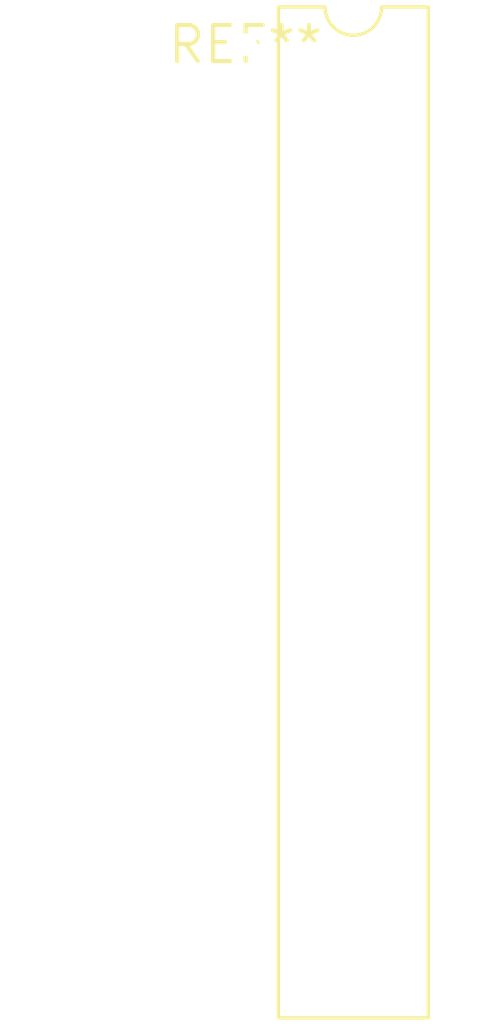
<source format=kicad_pcb>
(kicad_pcb (version 20240108) (generator pcbnew)
  (layers (0 "F.Cu" signal) (31 "B.Cu" signal) (34 "B.Paste" user) (35 "F.Paste" user) (36 "B.SilkS" user "B.Silkscreen") (37 "F.SilkS" user "F.Silkscreen") (38 "B.Mask" user) (39 "F.Mask" user) (44 "Edge.Cuts" user))
  (net 0 "")
  (footprint "DIP-28_W7.62mm" (layer "F.Cu") (at 0 0)
    (property "Reference" "REF**")
    (property "Value" "DIP-28_W7.62mm")
    (fp_line (start 1.16 -1.33) (end 1.16 34.35) (layer "F.SilkS") (stroke (width 0.12)))
    (fp_line (start 1.16 34.35) (end 6.46 34.35) (layer "F.SilkS") (stroke (width 0.12)))
    (fp_line (start 2.81 -1.33) (end 1.16 -1.33) (layer "F.SilkS") (stroke (width 0.12)))
    (fp_line (start 6.46 -1.33) (end 4.81 -1.33) (layer "F.SilkS") (stroke (width 0.12)))
    (fp_line (start 6.46 34.35) (end 6.46 -1.33) (layer "F.SilkS") (stroke (width 0.12)))
    (fp_arc (start 4.81 -1.33) (mid 3.81 -0.33) (end 2.81 -1.33) (layer "F.SilkS") (stroke (width 0.12)))
    (pad "1" thru_hole rect (at 0 0) (size 1.6 1.6) (drill 0.8) (layers *.Cu *.Mask) (remove_unused_layers))
    (pad "2" thru_hole oval (at 0 2.54) (size 1.6 1.6) (drill 0.8) (layers *.Cu *.Mask) (remove_unused_layers))
    (pad "3" thru_hole oval (at 0 5.08) (size 1.6 1.6) (drill 0.8) (layers *.Cu *.Mask) (remove_unused_layers))
    (pad "4" thru_hole oval (at 0 7.62) (size 1.6 1.6) (drill 0.8) (layers *.Cu *.Mask) (remove_unused_layers))
    (pad "5" thru_hole oval (at 0 10.16) (size 1.6 1.6) (drill 0.8) (layers *.Cu *.Mask) (remove_unused_layers))
    (pad "6" thru_hole oval (at 0 12.7) (size 1.6 1.6) (drill 0.8) (layers *.Cu *.Mask) (remove_unused_layers))
    (pad "7" thru_hole oval (at 0 15.24) (size 1.6 1.6) (drill 0.8) (layers *.Cu *.Mask) (remove_unused_layers))
    (pad "8" thru_hole oval (at 0 17.78) (size 1.6 1.6) (drill 0.8) (layers *.Cu *.Mask) (remove_unused_layers))
    (pad "9" thru_hole oval (at 0 20.32) (size 1.6 1.6) (drill 0.8) (layers *.Cu *.Mask) (remove_unused_layers))
    (pad "10" thru_hole oval (at 0 22.86) (size 1.6 1.6) (drill 0.8) (layers *.Cu *.Mask) (remove_unused_layers))
    (pad "11" thru_hole oval (at 0 25.4) (size 1.6 1.6) (drill 0.8) (layers *.Cu *.Mask) (remove_unused_layers))
    (pad "12" thru_hole oval (at 0 27.94) (size 1.6 1.6) (drill 0.8) (layers *.Cu *.Mask) (remove_unused_layers))
    (pad "13" thru_hole oval (at 0 30.48) (size 1.6 1.6) (drill 0.8) (layers *.Cu *.Mask) (remove_unused_layers))
    (pad "14" thru_hole oval (at 0 33.02) (size 1.6 1.6) (drill 0.8) (layers *.Cu *.Mask) (remove_unused_layers))
    (pad "15" thru_hole oval (at 7.62 33.02) (size 1.6 1.6) (drill 0.8) (layers *.Cu *.Mask) (remove_unused_layers))
    (pad "16" thru_hole oval (at 7.62 30.48) (size 1.6 1.6) (drill 0.8) (layers *.Cu *.Mask) (remove_unused_layers))
    (pad "17" thru_hole oval (at 7.62 27.94) (size 1.6 1.6) (drill 0.8) (layers *.Cu *.Mask) (remove_unused_layers))
    (pad "18" thru_hole oval (at 7.62 25.4) (size 1.6 1.6) (drill 0.8) (layers *.Cu *.Mask) (remove_unused_layers))
    (pad "19" thru_hole oval (at 7.62 22.86) (size 1.6 1.6) (drill 0.8) (layers *.Cu *.Mask) (remove_unused_layers))
    (pad "20" thru_hole oval (at 7.62 20.32) (size 1.6 1.6) (drill 0.8) (layers *.Cu *.Mask) (remove_unused_layers))
    (pad "21" thru_hole oval (at 7.62 17.78) (size 1.6 1.6) (drill 0.8) (layers *.Cu *.Mask) (remove_unused_layers))
    (pad "22" thru_hole oval (at 7.62 15.24) (size 1.6 1.6) (drill 0.8) (layers *.Cu *.Mask) (remove_unused_layers))
    (pad "23" thru_hole oval (at 7.62 12.7) (size 1.6 1.6) (drill 0.8) (layers *.Cu *.Mask) (remove_unused_layers))
    (pad "24" thru_hole oval (at 7.62 10.16) (size 1.6 1.6) (drill 0.8) (layers *.Cu *.Mask) (remove_unused_layers))
    (pad "25" thru_hole oval (at 7.62 7.62) (size 1.6 1.6) (drill 0.8) (layers *.Cu *.Mask) (remove_unused_layers))
    (pad "26" thru_hole oval (at 7.62 5.08) (size 1.6 1.6) (drill 0.8) (layers *.Cu *.Mask) (remove_unused_layers))
    (pad "27" thru_hole oval (at 7.62 2.54) (size 1.6 1.6) (drill 0.8) (layers *.Cu *.Mask) (remove_unused_layers))
    (pad "28" thru_hole oval (at 7.62 0) (size 1.6 1.6) (drill 0.8) (layers *.Cu *.Mask) (remove_unused_layers))
  )
)
</source>
